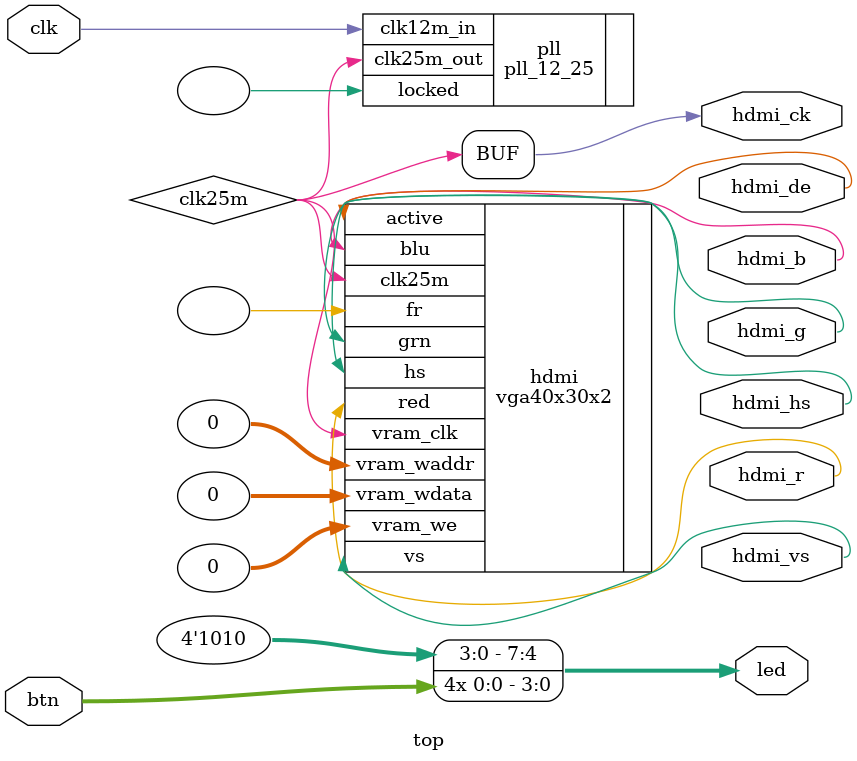
<source format=sv>
module top(
	input clk,
	input btn,
	output [7:0] led,
	output hdmi_r,
	output hdmi_g,
	output hdmi_b,
	output hdmi_hs,
	output hdmi_vs,
	output hdmi_de,
	output hdmi_ck
);

	assign led = { 4'b1010, btn, btn, btn, btn };

wire clk25m;

pll_12_25 pll(
	.clk12m_in(clk),
	.clk25m_out(clk25m),
	.locked()
);

assign hdmi_ck = clk25m;

vga40x30x2 #(
    .BPP(1),
    .RGB(0)
    )hdmi(
    .clk25m(clk25m),
    .red(hdmi_r),
    .grn(hdmi_g),
    .blu(hdmi_b),
    .hs(hdmi_hs),
    .vs(hdmi_vs),
    .fr(),
    .active(hdmi_de),
    .vram_clk(clk25m),
    .vram_waddr(0),
    .vram_wdata(0),
    .vram_we(0)
    );
endmodule

</source>
